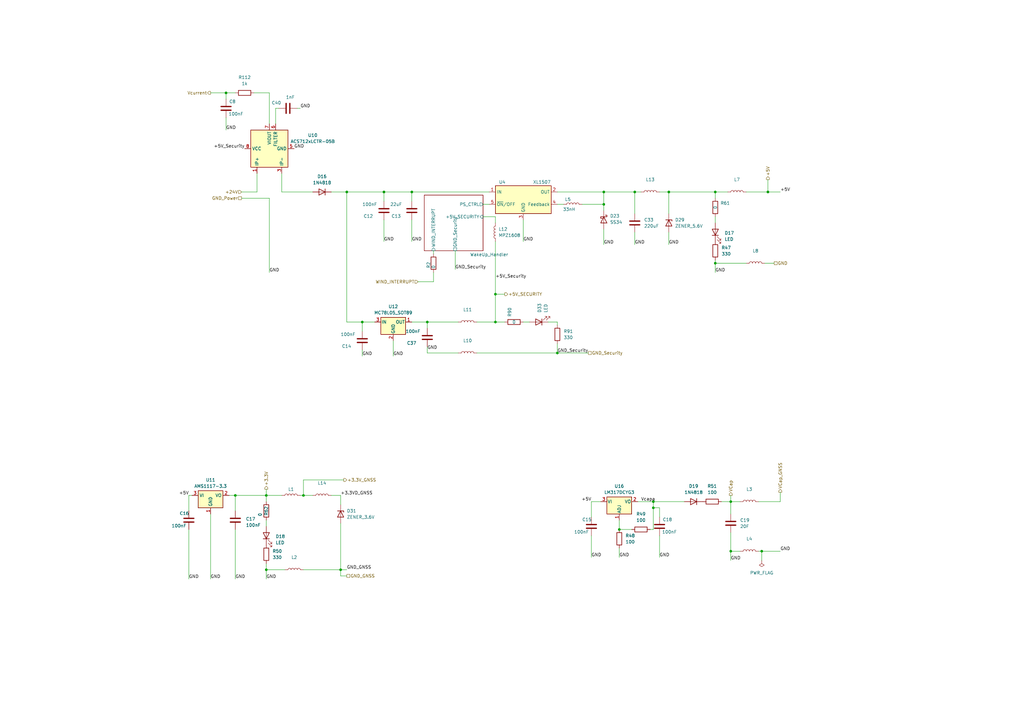
<source format=kicad_sch>
(kicad_sch (version 20231120) (generator "eeschema") (generator_version "8.0")
  (paper "A3")
  (title_block (title "Power supply") (date "2024-04-17") (rev "1.0"))
  (lib_symbols
    (symbol "Device:C" (pin_numbers hide) (pin_names (offset 0.254))
      (property "Reference" "C" (at 0.635 2.54 0))
      (property "Value" "C" (at 0.635 -2.54 0))
      (symbol "C_0_1"
        (polyline (pts (xy -2.032 -0.762) (xy 2.032 -0.762)) (stroke (width 0.508)))
        (polyline (pts (xy -2.032 0.762) (xy 2.032 0.762)) (stroke (width 0.508)))
      )
      (symbol "C_1_1"
        (pin passive line (at 0 3.81 270) (length 2.794) (name "~") (number "1"))
        (pin passive line (at 0 -3.81 90) (length 2.794) (name "~") (number "2"))
      )
    )
    (symbol "Device:D" (pin_numbers hide) (pin_names (offset 1.016) hide)
      (property "Reference" "D" (at 0 2.54 0))
      (property "Value" "D" (at 0 -2.54 0))
      (symbol "D_0_1"
        (polyline (pts (xy -1.27 1.27) (xy -1.27 -1.27)) (stroke (width 0.254)))
        (polyline (pts (xy 1.27 0) (xy -1.27 0)))
        (polyline (pts (xy 1.27 1.27) (xy 1.27 -1.27) (xy -1.27 0) (xy 1.27 1.27)) (stroke (width 0.254)))
      )
      (symbol "D_1_1"
        (pin passive line (at -3.81 0 0) (length 2.54) (name "K") (number "1"))
        (pin passive line (at 3.81 0 180) (length 2.54) (name "A") (number "2"))
      )
    )
    (symbol "Device:D_Zener" (pin_numbers hide) (pin_names (offset 1.016) hide)
      (property "Reference" "D" (at 0 2.54 0))
      (property "Value" "D_Zener" (at 0 -2.54 0))
      (symbol "D_Zener_0_1"
        (polyline (pts (xy 1.27 0) (xy -1.27 0)))
        (polyline (pts (xy -1.27 -1.27) (xy -1.27 1.27) (xy -0.762 1.27)) (stroke (width 0.254)))
        (polyline (pts (xy 1.27 -1.27) (xy 1.27 1.27) (xy -1.27 0) (xy 1.27 -1.27)) (stroke (width 0.254)))
      )
      (symbol "D_Zener_1_1"
        (pin passive line (at -3.81 0 0) (length 2.54) (name "K") (number "1"))
        (pin passive line (at 3.81 0 180) (length 2.54) (name "A") (number "2"))
      )
    )
    (symbol "Device:L" (pin_numbers hide) (pin_names (offset 1.016) hide)
      (property "Reference" "L" (at -1.27 0 90))
      (property "Value" "L" (at 1.905 0 90))
      (symbol "L_0_1"
        (arc (start 0 -2.54) (mid 0.6323 -1.905) (end 0 -1.27))
        (arc (start 0 -1.27) (mid 0.6323 -0.635) (end 0 0))
        (arc (start 0 0) (mid 0.6323 0.635) (end 0 1.27))
        (arc (start 0 1.27) (mid 0.6323 1.905) (end 0 2.54))
      )
      (symbol "L_1_1"
        (pin passive line (at 0 3.81 270) (length 1.27) (name "1") (number "1"))
        (pin passive line (at 0 -3.81 90) (length 1.27) (name "2") (number "2"))
      )
    )
    (symbol "Device:LED" (pin_numbers hide) (pin_names (offset 1.016) hide)
      (property "Reference" "D" (at 0 2.54 0))
      (property "Value" "LED" (at 0 -2.54 0))
      (symbol "LED_0_1"
        (polyline (pts (xy -1.27 -1.27) (xy -1.27 1.27)) (stroke (width 0.254)))
        (polyline (pts (xy -1.27 0) (xy 1.27 0)))
        (polyline (pts (xy 1.27 -1.27) (xy 1.27 1.27) (xy -1.27 0) (xy 1.27 -1.27)) (stroke (width 0.254)))
        (polyline (pts (xy -3.048 -0.762) (xy -4.572 -2.286) (xy -3.81 -2.286) (xy -4.572 -2.286) (xy -4.572 -1.524)))
        (polyline (pts (xy -1.778 -0.762) (xy -3.302 -2.286) (xy -2.54 -2.286) (xy -3.302 -2.286) (xy -3.302 -1.524)))
      )
      (symbol "LED_1_1"
        (pin passive line (at -3.81 0 0) (length 2.54) (name "K") (number "1"))
        (pin passive line (at 3.81 0 180) (length 2.54) (name "A") (number "2"))
      )
    )
    (symbol "Device:R" (pin_numbers hide) (pin_names (offset 0))
      (property "Reference" "R" (at 2.032 0 90))
      (property "Value" "R" (at 0 0 90))
      (symbol "R_0_1"
        (rectangle (start -1.016 -2.54) (end 1.016 2.54) (stroke (width 0.254)))
      )
      (symbol "R_1_1"
        (pin passive line (at 0 3.81 270) (length 1.27) (name "~") (number "1"))
        (pin passive line (at 0 -3.81 90) (length 1.27) (name "~") (number "2"))
      )
    )
    (symbol "Diode:SS34" (pin_numbers hide) (pin_names (offset 1.016) hide)
      (property "Reference" "D" (at 0 2.54 0))
      (property "Value" "SS34" (at 0 -2.54 0))
      (symbol "SS34_0_1"
        (polyline (pts (xy 1.27 0) (xy -1.27 0)))
        (polyline (pts (xy 1.27 1.27) (xy 1.27 -1.27) (xy -1.27 0) (xy 1.27 1.27)) (stroke (width 0.254)))
        (polyline (pts (xy -1.905 0.635) (xy -1.905 1.27) (xy -1.27 1.27) (xy -1.27 -1.27) (xy -0.635 -1.27) (xy -0.635 -0.635)) (stroke (width 0.254)))
      )
      (symbol "SS34_1_1"
        (pin passive line (at -3.81 0 0) (length 2.54) (name "K") (number "1"))
        (pin passive line (at 3.81 0 180) (length 2.54) (name "A") (number "2"))
      )
    )
    (symbol "Power_Management:BTS443P"
      (property "Reference" "U4" (at 0 -7.62 0))
      (property "Value" "XL1507" (at 0 -10.16 0))
      (symbol "BTS443P_0_1"
        (rectangle (start -11.43 8.89) (end 11.43 -2.54) (stroke (width 0.254)) (fill (type background)))
      )
      (symbol "BTS443P_1_1"
        (pin input line (at -13.97 6.35 0) (length 2.54) (name "IN") (number "1"))
        (pin power_out line (at 13.97 6.35 180) (length 2.54) (name "OUT") (number "2"))
        (pin power_in line (at 0 -5.08 90) (length 2.54) (name "GND") (number "3"))
        (pin output line (at 13.97 1.27 180) (length 2.54) (name "Feedback") (number "4"))
        (pin input line (at -13.97 1.27 0) (length 2.54) (name "~{ON}/OFF") (number "5"))
      )
    )
    (symbol "Regulator_Linear:AMS1117-3.3"
      (property "Reference" "U" (at -3.81 3.175 0))
      (property "Value" "AMS1117-3.3" (at 0 3.175 0))
      (symbol "AMS1117-3.3_0_1"
        (rectangle (start -5.08 -5.08) (end 5.08 1.905) (stroke (width 0.254)) (fill (type background)))
      )
      (symbol "AMS1117-3.3_1_1"
        (pin power_in line (at 0 -7.62 90) (length 2.54) (name "GND") (number "1"))
        (pin power_out line (at 7.62 0 180) (length 2.54) (name "VO") (number "2"))
        (pin power_in line (at -7.62 0 0) (length 2.54) (name "VI") (number "3"))
      )
    )
    (symbol "Regulator_Linear:LM317_SOT-223" (pin_names (offset 0.254))
      (property "Reference" "U" (at -3.81 3.175 0))
      (property "Value" "LM317_SOT-223" (at 0 3.175 0))
      (symbol "LM317_SOT-223_0_1"
        (rectangle (start -5.08 1.905) (end 5.08 -5.08) (stroke (width 0.254)) (fill (type background)))
      )
      (symbol "LM317_SOT-223_1_1"
        (pin input line (at 0 -7.62 90) (length 2.54) (name "ADJ") (number "1"))
        (pin power_out line (at 7.62 0 180) (length 2.54) (name "VO") (number "2"))
        (pin power_in line (at -7.62 0 0) (length 2.54) (name "VI") (number "3"))
      )
    )
    (symbol "Regulator_Linear:MC78L05_SOT89" (pin_names (offset 0.254))
      (property "Reference" "U" (at -3.81 3.175 0))
      (property "Value" "MC78L05_SOT89" (at -0.635 3.175 0))
      (symbol "MC78L05_SOT89_0_1"
        (rectangle (start -5.08 1.905) (end 5.08 -5.08) (stroke (width 0.254)) (fill (type background)))
      )
      (symbol "MC78L05_SOT89_1_1"
        (pin power_out line (at 7.62 0 180) (length 2.54) (name "OUT") (number "1"))
        (pin power_in line (at 0 -7.62 90) (length 2.54) (name "GND") (number "2"))
        (pin power_in line (at -7.62 0 0) (length 2.54) (name "IN") (number "3"))
      )
    )
    (symbol "Sensor_Current:ACS712xLCTR-05B"
      (property "Reference" "U" (at 2.54 11.43 0))
      (property "Value" "ACS712xLCTR-05B" (at 2.54 8.89 0))
      (symbol "ACS712xLCTR-05B_0_1"
        (rectangle (start -7.62 7.62) (end 7.62 -7.62) (stroke (width 0.254)) (fill (type background)))
      )
      (symbol "ACS712xLCTR-05B_1_1"
        (pin passive line (at -10.16 5.08 0) (length 2.54) (name "IP+") (number "1"))
        (pin passive line (at -10.16 5.08 0) (length 2.54) hide (name "IP+") (number "2"))
        (pin passive line (at -10.16 -5.08 0) (length 2.54) (name "IP-") (number "3"))
        (pin passive line (at -10.16 -5.08 0) (length 2.54) hide (name "IP-") (number "4"))
        (pin power_in line (at 0 -10.16 90) (length 2.54) (name "GND") (number "5"))
        (pin passive line (at 10.16 -2.54 180) (length 2.54) (name "FILTER") (number "6"))
        (pin output line (at 10.16 0 180) (length 2.54) (name "VIOUT") (number "7"))
        (pin power_in line (at 0 10.16 270) (length 2.54) (name "VCC") (number "8"))
      )
    )
    (symbol "power:PWR_FLAG" (power) (pin_numbers hide) (pin_names (offset 0) hide)
      (property "Value" "PWR_FLAG" (at 0 3.81 0))
      (symbol "PWR_FLAG_0_0"
        (pin power_out line (at 0 0 90) (length 0) (name "~") (number "1"))
      )
      (symbol "PWR_FLAG_0_1"
        (polyline (pts (xy 0 0) (xy 0 1.27) (xy -1.016 1.905) (xy 0 2.54) (xy 1.016 1.905) (xy 0 1.27)))
      )
    )
  )
  (junction (at 109.22 233.68))
  (junction (at 314.96 78.74))
  (junction (at 293.37 78.74))
  (junction (at 96.52 203.2))
  (junction (at 139.7 233.68))
  (junction (at 148.59 132.08))
  (junction (at 157.48 78.74))
  (junction (at 203.2 132.08))
  (junction (at 260.35 78.74))
  (junction (at 168.91 78.74))
  (junction (at 142.24 78.74))
  (junction (at 228.6 144.78))
  (junction (at 175.26 132.08))
  (junction (at 254 217.17))
  (junction (at 293.37 107.95))
  (junction (at 124.46 203.2))
  (junction (at 312.42 226.06))
  (junction (at 299.72 226.06))
  (junction (at 247.65 78.74))
  (junction (at 203.2 120.65))
  (junction (at 92.71 38.1))
  (junction (at 274.32 78.74))
  (junction (at 109.22 203.2))
  (junction (at 299.72 205.74))
  (junction (at 247.65 83.82))
  (junction (at 267.97 205.74))
  (junction (at 267.97 208.28))
  (wire (pts (xy 293.37 78.74) (xy 298.45 78.74)))
  (wire (pts (xy 247.65 93.98) (xy 247.65 100.33)))
  (wire (pts (xy 142.24 132.08) (xy 148.59 132.08)))
  (wire (pts (xy 109.22 233.68) (xy 116.84 233.68)))
  (wire (pts (xy 270.51 219.71) (xy 270.51 228.6)))
  (wire (pts (xy 260.35 95.25) (xy 260.35 100.33)))
  (wire (pts (xy 203.2 99.06) (xy 203.2 120.65)))
  (wire (pts (xy 148.59 135.89) (xy 148.59 132.08)))
  (wire (pts (xy 299.72 203.2) (xy 299.72 205.74)))
  (wire (pts (xy 311.15 226.06) (xy 312.42 226.06)))
  (wire (pts (xy 299.72 218.44) (xy 299.72 226.06)))
  (wire (pts (xy 168.91 90.17) (xy 168.91 99.06)))
  (wire (pts (xy 295.91 205.74) (xy 299.72 205.74)))
  (wire (pts (xy 93.98 203.2) (xy 96.52 203.2)))
  (wire (pts (xy 254 213.36) (xy 254 217.17)))
  (wire (pts (xy 293.37 88.9) (xy 293.37 91.44)))
  (wire (pts (xy 168.91 78.74) (xy 168.91 82.55)))
  (wire (pts (xy 270.51 212.09) (xy 270.51 208.28)))
  (wire (pts (xy 157.48 78.74) (xy 168.91 78.74)))
  (wire (pts (xy 96.52 203.2) (xy 109.22 203.2)))
  (wire (pts (xy 177.8 115.57) (xy 177.8 111.76)))
  (wire (pts (xy 142.24 236.22) (xy 139.7 236.22)))
  (wire (pts (xy 148.59 143.51) (xy 148.59 146.05)))
  (wire (pts (xy 124.46 233.68) (xy 139.7 233.68)))
  (wire (pts (xy 109.22 231.14) (xy 109.22 233.68)))
  (wire (pts (xy 299.72 205.74) (xy 299.72 210.82)))
  (wire (pts (xy 228.6 78.74) (xy 247.65 78.74)))
  (wire (pts (xy 139.7 233.68) (xy 142.24 233.68)))
  (wire (pts (xy 313.69 107.95) (xy 317.5 107.95)))
  (wire (pts (xy 168.91 78.74) (xy 200.66 78.74)))
  (wire (pts (xy 261.62 205.74) (xy 267.97 205.74)))
  (wire (pts (xy 92.71 48.26) (xy 92.71 53.34)))
  (wire (pts (xy 293.37 107.95) (xy 293.37 111.76)))
  (wire (pts (xy 267.97 205.74) (xy 267.97 208.28)))
  (wire (pts (xy 139.7 207.01) (xy 139.7 203.2)))
  (wire (pts (xy 314.96 78.74) (xy 320.04 78.74)))
  (wire (pts (xy 267.97 205.74) (xy 280.67 205.74)))
  (wire (pts (xy 320.04 205.74) (xy 311.15 205.74)))
  (wire (pts (xy 207.01 120.65) (xy 203.2 120.65)))
  (wire (pts (xy 293.37 107.95) (xy 306.07 107.95)))
  (wire (pts (xy 242.57 212.09) (xy 242.57 205.74)))
  (wire (pts (xy 195.58 144.78) (xy 228.6 144.78)))
  (wire (pts (xy 109.22 203.2) (xy 109.22 205.74)))
  (wire (pts (xy 77.47 217.17) (xy 77.47 237.49)))
  (wire (pts (xy 110.49 81.28) (xy 99.06 81.28)))
  (wire (pts (xy 270.51 78.74) (xy 274.32 78.74)))
  (wire (pts (xy 247.65 78.74) (xy 247.65 83.82)))
  (wire (pts (xy 121.92 44.45) (xy 123.19 44.45)))
  (wire (pts (xy 214.63 132.08) (xy 217.17 132.08)))
  (wire (pts (xy 186.69 102.87) (xy 186.69 110.49)))
  (wire (pts (xy 135.89 78.74) (xy 142.24 78.74)))
  (wire (pts (xy 168.91 132.08) (xy 175.26 132.08)))
  (wire (pts (xy 109.22 233.68) (xy 109.22 237.49)))
  (wire (pts (xy 110.49 38.1) (xy 110.49 50.8)))
  (wire (pts (xy 109.22 213.36) (xy 109.22 215.9)))
  (wire (pts (xy 115.57 78.74) (xy 128.27 78.74)))
  (wire (pts (xy 207.01 132.08) (xy 203.2 132.08)))
  (wire (pts (xy 320.04 201.93) (xy 320.04 205.74)))
  (wire (pts (xy 175.26 132.08) (xy 175.26 134.62)))
  (wire (pts (xy 299.72 226.06) (xy 303.53 226.06)))
  (wire (pts (xy 203.2 88.9) (xy 203.2 91.44)))
  (wire (pts (xy 142.24 78.74) (xy 157.48 78.74)))
  (wire (pts (xy 92.71 38.1) (xy 92.71 40.64)))
  (wire (pts (xy 203.2 120.65) (xy 203.2 132.08)))
  (wire (pts (xy 306.07 78.74) (xy 314.96 78.74)))
  (wire (pts (xy 177.8 104.14) (xy 177.8 102.87)))
  (wire (pts (xy 171.45 115.57) (xy 177.8 115.57)))
  (wire (pts (xy 246.38 205.74) (xy 242.57 205.74)))
  (wire (pts (xy 86.36 210.82) (xy 86.36 237.49)))
  (wire (pts (xy 242.57 219.71) (xy 242.57 228.6)))
  (wire (pts (xy 214.63 90.17) (xy 214.63 99.06)))
  (wire (pts (xy 274.32 78.74) (xy 293.37 78.74)))
  (wire (pts (xy 299.72 205.74) (xy 303.53 205.74)))
  (wire (pts (xy 92.71 38.1) (xy 86.36 38.1)))
  (wire (pts (xy 247.65 83.82) (xy 247.65 86.36)))
  (wire (pts (xy 109.22 200.66) (xy 109.22 203.2)))
  (wire (pts (xy 96.52 203.2) (xy 96.52 209.55)))
  (wire (pts (xy 228.6 132.08) (xy 228.6 133.35)))
  (wire (pts (xy 96.52 38.1) (xy 92.71 38.1)))
  (wire (pts (xy 124.46 203.2) (xy 128.27 203.2)))
  (wire (pts (xy 123.19 203.2) (xy 124.46 203.2)))
  (wire (pts (xy 110.49 81.28) (xy 110.49 111.76)))
  (wire (pts (xy 113.03 44.45) (xy 114.3 44.45)))
  (wire (pts (xy 259.08 217.17) (xy 254 217.17)))
  (wire (pts (xy 224.79 132.08) (xy 228.6 132.08)))
  (wire (pts (xy 105.41 78.74) (xy 105.41 71.12)))
  (wire (pts (xy 198.12 88.9) (xy 203.2 88.9)))
  (wire (pts (xy 109.22 203.2) (xy 115.57 203.2)))
  (wire (pts (xy 157.48 90.17) (xy 157.48 99.06)))
  (wire (pts (xy 198.12 83.82) (xy 200.66 83.82)))
  (wire (pts (xy 228.6 83.82) (xy 231.14 83.82)))
  (wire (pts (xy 175.26 132.08) (xy 187.96 132.08)))
  (wire (pts (xy 254 224.79) (xy 254 228.6)))
  (wire (pts (xy 175.26 142.24) (xy 175.26 144.78)))
  (wire (pts (xy 140.97 196.85) (xy 124.46 196.85)))
  (wire (pts (xy 267.97 208.28) (xy 270.51 208.28)))
  (wire (pts (xy 195.58 132.08) (xy 203.2 132.08)))
  (wire (pts (xy 260.35 78.74) (xy 260.35 87.63)))
  (wire (pts (xy 142.24 78.74) (xy 142.24 132.08)))
  (wire (pts (xy 228.6 144.78) (xy 241.3 144.78)))
  (wire (pts (xy 96.52 217.17) (xy 96.52 237.49)))
  (wire (pts (xy 135.89 203.2) (xy 139.7 203.2)))
  (wire (pts (xy 274.32 78.74) (xy 274.32 87.63)))
  (wire (pts (xy 148.59 132.08) (xy 153.67 132.08)))
  (wire (pts (xy 113.03 50.8) (xy 113.03 44.45)))
  (wire (pts (xy 157.48 82.55) (xy 157.48 78.74)))
  (wire (pts (xy 77.47 203.2) (xy 78.74 203.2)))
  (wire (pts (xy 266.7 217.17) (xy 267.97 217.17)))
  (wire (pts (xy 139.7 236.22) (xy 139.7 233.68)))
  (wire (pts (xy 299.72 226.06) (xy 299.72 229.87)))
  (wire (pts (xy 161.29 139.7) (xy 161.29 146.05)))
  (wire (pts (xy 124.46 196.85) (xy 124.46 203.2)))
  (wire (pts (xy 228.6 140.97) (xy 228.6 144.78)))
  (wire (pts (xy 115.57 71.12) (xy 115.57 78.74)))
  (wire (pts (xy 175.26 144.78) (xy 187.96 144.78)))
  (wire (pts (xy 77.47 209.55) (xy 77.47 203.2)))
  (wire (pts (xy 314.96 73.66) (xy 314.96 78.74)))
  (wire (pts (xy 312.42 226.06) (xy 320.04 226.06)))
  (wire (pts (xy 293.37 78.74) (xy 293.37 81.28)))
  (wire (pts (xy 99.06 78.74) (xy 105.41 78.74)))
  (wire (pts (xy 139.7 214.63) (xy 139.7 233.68)))
  (wire (pts (xy 238.76 83.82) (xy 247.65 83.82)))
  (wire (pts (xy 262.89 78.74) (xy 260.35 78.74)))
  (wire (pts (xy 267.97 208.28) (xy 267.97 217.17)))
  (wire (pts (xy 110.49 38.1) (xy 104.14 38.1)))
  (wire (pts (xy 274.32 95.25) (xy 274.32 100.33)))
  (wire (pts (xy 312.42 229.87) (xy 312.42 226.06)))
  (wire (pts (xy 293.37 106.68) (xy 293.37 107.95)))
  (wire (pts (xy 247.65 78.74) (xy 260.35 78.74)))
  (label "GND" (at 109.22 237.49 0))
  (label "+5V" (at 320.04 78.74 0))
  (label "+3.3VD_GNSS" (at 139.7 203.2 0))
  (label "Vcapa" (at 262.89 205.74 0))
  (label "+5V" (at 77.47 203.2 180))
  (label "+5V" (at 242.57 205.74 180))
  (label "GND" (at 270.51 228.6 0))
  (label "GND" (at 214.63 99.06 0))
  (label "GND" (at 110.49 111.76 0))
  (label "GND" (at 175.26 143.51 0))
  (label "GND" (at 120.65 60.96 0))
  (label "GND" (at 320.04 226.06 0))
  (label "GND" (at 242.57 228.6 0))
  (label "+5V_Security" (at 100.33 60.96 180))
  (label "GND" (at 157.48 99.06 0))
  (label "GND" (at 123.19 44.45 0))
  (label "GND" (at 293.37 111.76 0))
  (label "GND_Security" (at 186.69 110.49 0))
  (label "GND" (at 77.47 237.49 0))
  (label "+5V_Security" (at 203.2 114.3 0))
  (label "GND" (at 260.35 100.33 0))
  (label "GND" (at 86.36 237.49 0))
  (label "GND" (at 148.59 146.05 0))
  (label "GND" (at 161.29 146.05 0))
  (label "GND" (at 96.52 237.49 0))
  (label "GND" (at 168.91 99.06 0))
  (label "GND" (at 299.72 229.87 0))
  (label "GND" (at 92.71 53.34 0))
  (label "GND" (at 247.65 100.33 0))
  (label "GND" (at 254 228.6 0))
  (label "GND_GNSS" (at 142.24 233.68 0))
  (label "GND" (at 274.32 100.33 0))
  (label "GND_Security" (at 228.6 144.78 0))
  (hierarchical_label "+5V" (shape output) (at 314.96 73.66 90))
  (hierarchical_label "GND_Security" (shape passive) (at 241.3 144.78 0))
  (hierarchical_label "+5V_SECURITY" (shape output) (at 207.01 120.65 0))
  (hierarchical_label "GND_GNSS" (shape passive) (at 142.24 236.22 0))
  (hierarchical_label "WIND_INTERRUPT" (shape input) (at 171.45 115.57 180))
  (hierarchical_label "+3.3V" (shape output) (at 109.22 200.66 90))
  (hierarchical_label "GND_Power" (shape passive) (at 99.06 81.28 180))
  (hierarchical_label "+24V" (shape input) (at 99.06 78.74 180))
  (hierarchical_label "VCap" (shape output) (at 299.72 203.2 90))
  (hierarchical_label "VCap_GNSS" (shape output) (at 320.04 201.93 90))
  (hierarchical_label "+3.3V_GNSS" (shape output) (at 140.97 196.85 0))
  (hierarchical_label "GND" (shape passive) (at 317.5 107.95 0))
  (hierarchical_label "Vcurrent" (shape output) (at 86.36 38.1 180))
  (symbol (lib_id "Device:D") (at 132.08 78.74 180) (unit 1)
    (property "Reference" "D16" (at 132.08 72.39 0))
    (property "Value" "1N4818" (at 132.08 74.93 0))
    (property "Footprint" "Diode_SMD:D_SOD-323" (effects (hide yes)))
    (property "Sim.Device" "D" (effects (hide yes)))
    (property "Sim.Pins" "1=K 2=A" (effects (hide yes)))
  )
  (symbol (lib_id "Regulator_Linear:AMS1117-3.3") (at 86.36 203.2 0) (unit 1)
    (property "Reference" "U11" (at 86.36 196.85 0))
    (property "Value" "AMS1117-3.3" (at 86.36 199.39 0))
    (property "Footprint" "Package_TO_SOT_SMD:SOT-223-3_TabPin2" (effects (hide yes)))
    (property "Datasheet" "http://www.advanced-monolithic.com/pdf/ds1117.pdf" (effects (hide yes)))
    (property "Description" "1A Low Dropout regulator, positive, 3.3V fixed output, SOT-223" (effects (hide yes)))
  )
  (symbol (lib_id "Device:C") (at 270.51 215.9 0) (unit 1)
    (property "Reference" "C18" (at 271.78 213.106 0) (effects (justify left)))
    (property "Value" "100nF" (at 271.526 218.186 0) (effects (justify left)))
    (property "Footprint" "Capacitor_SMD:C_0603_1608Metric" (effects (hide yes)))
  )
  (symbol (lib_id "Device:R") (at 109.22 227.33 0) (unit 1)
    (property "Reference" "R50" (at 111.76 226.0599 0) (effects (justify left)))
    (property "Value" "330" (at 111.76 228.5999 0) (effects (justify left)))
    (property "Footprint" "Resistor_SMD:R_0603_1608Metric" (effects (hide yes)))
  )
  (symbol (lib_id "Device:R") (at 262.89 217.17 90) (unit 1)
    (property "Reference" "R49" (at 262.89 210.82 90))
    (property "Value" "100" (at 262.89 213.36 90))
    (property "Footprint" "Resistor_SMD:R_0603_1608Metric" (effects (hide yes)))
  )
  (symbol (lib_id "Device:L") (at 132.08 203.2 90) (unit 1)
    (property "Reference" "L14" (at 132.08 198.12 90))
    (property "Value" "MPZ1608S101ATAH0" (effects (hide yes)))
    (property "Footprint" "Inductor_SMD:L_0603_1608Metric" (effects (hide yes)))
    (property "Description" "Inductor" (effects (hide yes)))
  )
  (symbol (lib_id "Device:C") (at 175.26 138.43 0) (unit 1)
    (property "Reference" "C37" (at 166.878 140.716 0) (effects (justify left)))
    (property "Value" "100nF" (at 166.37 135.89 0) (effects (justify left)))
    (property "Footprint" "Capacitor_SMD:C_0603_1608Metric" (effects (hide yes)))
  )
  (symbol (lib_id "Device:L") (at 191.77 132.08 90) (unit 1)
    (property "Reference" "L11" (at 191.77 127 90))
    (property "Value" "MPZ1608S101ATAH0" (effects (hide yes)))
    (property "Footprint" "Inductor_SMD:L_0603_1608Metric" (effects (hide yes)))
    (property "Description" "Inductor" (effects (hide yes)))
  )
  (symbol (lib_id "Device:D_Zener") (at 274.32 91.44 270) (unit 1)
    (property "Reference" "D29" (at 276.86 90.1699 90) (effects (justify left)))
    (property "Value" "ZENER_5.6V" (at 276.86 92.7099 90) (effects (justify left)))
    (property "Footprint" "Diode_SMD:D_MiniMELF" (effects (hide yes)))
    (property "Description" "Zener diode" (effects (hide yes)))
  )
  (symbol (lib_id "Device:L") (at 120.65 233.68 90) (unit 1)
    (property "Reference" "L2" (at 120.65 228.6 90))
    (property "Value" "MPZ1608S101ATAH0" (effects (hide yes)))
    (property "Footprint" "Inductor_SMD:L_0603_1608Metric" (effects (hide yes)))
    (property "Description" "Inductor" (effects (hide yes)))
  )
  (symbol (lib_id "Device:L") (at 203.2 95.25 180) (unit 1)
    (property "Reference" "L12" (at 204.47 93.9799 0) (effects (justify right)))
    (property "Value" "MPZ1608" (at 204.47 96.5199 0) (effects (justify right)))
    (property "Footprint" "Inductor_SMD:L_0603_1608Metric" (effects (hide yes)))
    (property "Description" "Inductor" (effects (hide yes)))
  )
  (symbol (lib_id "Device:D_Zener") (at 139.7 210.82 270) (unit 1)
    (property "Reference" "D31" (at 142.24 209.5499 90) (effects (justify left)))
    (property "Value" "ZENER_3.6V" (at 142.24 212.0899 90) (effects (justify left)))
    (property "Footprint" "Diode_SMD:D_MiniMELF" (effects (hide yes)))
    (property "Description" "Zener diode" (effects (hide yes)))
  )
  (symbol (lib_id "Device:C") (at 92.71 44.45 0) (unit 1)
    (property "Reference" "C8" (at 93.98 41.656 0) (effects (justify left)))
    (property "Value" "100nF" (at 93.726 46.736 0) (effects (justify left)))
    (property "Footprint" "Capacitor_SMD:C_0603_1608Metric" (effects (hide yes)))
  )
  (symbol (lib_id "Device:C") (at 299.72 214.63 0) (unit 1)
    (property "Reference" "C19" (at 303.53 213.36 0) (effects (justify left)))
    (property "Value" "20F" (at 303.53 215.9 0) (effects (justify left)))
    (property "Footprint" "Capacitor_THT:C_Radial_D10.0mm_H20.0mm_P5.00mm" (effects (hide yes)))
  )
  (symbol (lib_id "Power_Management:BTS443P") (at 214.63 85.09 0) (unit 1)
    (property "Reference" "U4" (at 205.994 74.676 0))
    (property "Value" "XL1507" (at 222.25 74.676 0))
    (property "Footprint" "Package_TO_SOT_SMD:TO-252-5_TabPin3" (effects (hide yes)))
    (property "Description" "Buck" (effects (hide yes)))
  )
  (symbol (lib_id "Device:R") (at 177.8 107.95 180) (unit 1)
    (property "Reference" "R2" (at 175.768 108.712 90))
    (property "Value" "0" (at 177.8 109.474 90))
    (property "Footprint" "Resistor_SMD:R_0603_1608Metric" (effects (hide yes)))
  )
  (symbol (lib_id "Device:C") (at 148.59 139.7 0) (unit 1)
    (property "Reference" "C14" (at 140.208 141.986 0) (effects (justify left)))
    (property "Value" "100nF" (at 139.7 137.16 0) (effects (justify left)))
    (property "Footprint" "Capacitor_SMD:C_0603_1608Metric" (effects (hide yes)))
  )
  (symbol (lib_id "Device:L") (at 119.38 203.2 90) (unit 1)
    (property "Reference" "L1" (at 119.38 200.66 90))
    (property "Value" "MPZ1608S101ATAH0" (effects (hide yes)))
    (property "Footprint" "Inductor_SMD:L_0603_1608Metric" (effects (hide yes)))
    (property "Description" "Inductor" (effects (hide yes)))
  )
  (symbol (lib_id "Device:R") (at 210.82 132.08 270) (unit 1)
    (property "Reference" "R90" (at 209.042 128.016 0))
    (property "Value" "0" (at 210.82 132.08 90))
    (property "Footprint" "Resistor_SMD:R_0603_1608Metric" (effects (hide yes)))
  )
  (symbol (lib_id "Device:C") (at 77.47 213.36 0) (unit 1)
    (property "Reference" "C16" (at 73.66 210.566 0) (effects (justify left)))
    (property "Value" "100nF" (at 70.358 215.646 0) (effects (justify left)))
    (property "Footprint" "Capacitor_SMD:C_0603_1608Metric" (effects (hide yes)))
  )
  (symbol (lib_id "Device:LED") (at 293.37 95.25 90) (unit 1)
    (property "Reference" "D17" (at 297.18 95.5675 90) (effects (justify right)))
    (property "Value" "LED" (at 297.18 98.1075 90) (effects (justify right)))
    (property "Footprint" "LED_SMD:LED_0603_1608Metric" (effects (hide yes)))
  )
  (symbol (lib_id "Device:C") (at 168.91 86.36 0) (unit 1)
    (property "Reference" "C13" (at 160.528 88.646 0) (effects (justify left)))
    (property "Value" "22uF" (at 160.02 83.82 0) (effects (justify left)))
    (property "Footprint" "Capacitor_SMD:C_0603_1608Metric" (effects (hide yes)))
  )
  (symbol (lib_id "Device:L") (at 234.95 83.82 90) (unit 1)
    (property "Reference" "L5" (at 232.918 81.788 90))
    (property "Value" "33nH" (at 233.426 85.852 90))
    (property "Footprint" "Inductor_SMD:L_Wuerth_HCI-5040" (effects (hide yes)))
    (property "Description" "Inductor" (effects (hide yes)))
  )
  (symbol (lib_id "Regulator_Linear:LM317_SOT-223") (at 254 205.74 0) (unit 1)
    (property "Reference" "U16" (at 254 199.39 0))
    (property "Value" "LM317DCYG3" (at 254 201.93 0))
    (property "Footprint" "Package_TO_SOT_SMD:SOT-223-3_TabPin2" (effects (hide yes)))
    (property "Datasheet" "http://www.ti.com/lit/ds/symlink/lm317.pdf" (effects (hide yes)))
    (property "Description" "1.5A 35V Adjustable Linear Regulator, SOT-223" (effects (hide yes)))
  )
  (symbol (lib_id "Device:L") (at 302.26 78.74 90) (unit 1)
    (property "Reference" "L7" (at 302.26 73.66 90))
    (property "Value" "MPZ1608S101ATAH0" (effects (hide yes)))
    (property "Footprint" "Inductor_SMD:L_0603_1608Metric" (effects (hide yes)))
    (property "Description" "Inductor" (effects (hide yes)))
  )
  (symbol (lib_id "Device:R") (at 109.22 209.55 180) (unit 1)
    (property "Reference" "R62" (at 109.22 209.55 90))
    (property "Value" "0" (at 106.68 211.074 90))
    (property "Footprint" "Resistor_SMD:R_0603_1608Metric" (effects (hide yes)))
  )
  (symbol (lib_id "Device:C") (at 260.35 91.44 0) (unit 1)
    (property "Reference" "C33" (at 264.16 90.17 0) (effects (justify left)))
    (property "Value" "220uF" (at 264.16 92.71 0) (effects (justify left)))
    (property "Footprint" "Capacitor_SMD:CP_Elec_6.3x7.7" (effects (hide yes)))
  )
  (symbol (lib_id "Device:C") (at 242.57 215.9 0) (unit 1)
    (property "Reference" "C15" (at 238.76 213.106 0) (effects (justify left)))
    (property "Value" "100nF" (at 235.458 218.186 0) (effects (justify left)))
    (property "Footprint" "Capacitor_SMD:C_0603_1608Metric" (effects (hide yes)))
  )
  (symbol (lib_id "Device:L") (at 307.34 226.06 90) (unit 1)
    (property "Reference" "L4" (at 307.34 220.98 90))
    (property "Value" "MPZ1608S101ATAH0" (effects (hide yes)))
    (property "Footprint" "Inductor_SMD:L_0603_1608Metric" (effects (hide yes)))
    (property "Description" "Inductor" (effects (hide yes)))
  )
  (symbol (lib_id "Device:L") (at 307.34 205.74 90) (unit 1)
    (property "Reference" "L3" (at 307.34 200.66 90))
    (property "Value" "MPZ1608S101ATAH0" (effects (hide yes)))
    (property "Footprint" "Inductor_SMD:L_0603_1608Metric" (effects (hide yes)))
    (property "Description" "Inductor" (effects (hide yes)))
  )
  (symbol (lib_id "Device:C") (at 96.52 213.36 0) (unit 1)
    (property "Reference" "C17" (at 100.838 212.852 0) (effects (justify left)))
    (property "Value" "100nF" (at 100.838 215.392 0) (effects (justify left)))
    (property "Footprint" "Capacitor_SMD:C_0603_1608Metric" (effects (hide yes)))
  )
  (symbol (lib_id "Device:R") (at 292.1 205.74 90) (unit 1)
    (property "Reference" "R51" (at 292.1 199.39 90))
    (property "Value" "100" (at 292.1 201.93 90))
    (property "Footprint" "Resistor_SMD:R_0603_1608Metric" (effects (hide yes)))
  )
  (symbol (lib_id "Regulator_Linear:MC78L05_SOT89") (at 161.29 132.08 0) (unit 1)
    (property "Reference" "U12" (at 161.29 125.73 0))
    (property "Value" "MC78L05_SOT89" (at 161.29 128.27 0))
    (property "Footprint" "Package_TO_SOT_SMD:SOT-89-3" (effects (hide yes)))
    (property "Datasheet" "https://www.onsemi.com/pub/Collateral/MC78L00A-D.PDF" (effects (hide yes)))
    (property "Description" "Positive 100mA 30V Linear Regulator, Fixed Output 5V, SOT-89" (effects (hide yes)))
  )
  (symbol (lib_id "Device:R") (at 100.33 38.1 90) (unit 1)
    (property "Reference" "R112" (at 100.33 31.75 90))
    (property "Value" "1k" (at 100.33 34.29 90))
    (property "Footprint" "Resistor_SMD:R_0603_1608Metric" (effects (hide yes)))
  )
  (symbol (lib_id "Diode:SS34") (at 247.65 90.17 270) (unit 1)
    (property "Reference" "D23" (at 250.19 88.5824 90) (effects (justify left)))
    (property "Value" "SS34" (at 250.19 91.1224 90) (effects (justify left)))
    (property "Footprint" "Diode_SMD:D_SMA" (effects (hide yes)))
    (property "Datasheet" "https://www.vishay.com/docs/88751/ss32.pdf" (effects (hide yes)))
    (property "Description" "40V 3A Schottky Diode, SMA" (effects (hide yes)))
  )
  (symbol (lib_id "Device:C") (at 118.11 44.45 90) (unit 1)
    (property "Reference" "C40" (at 115.316 42.164 90) (effects (justify left)))
    (property "Value" "1nF" (at 120.904 39.878 90) (effects (justify left)))
    (property "Footprint" "Capacitor_SMD:C_0603_1608Metric" (effects (hide yes)))
  )
  (symbol (lib_id "Device:R") (at 254 220.98 180) (unit 1)
    (property "Reference" "R48" (at 256.54 219.7099 0) (effects (justify right)))
    (property "Value" "100" (at 256.54 222.2499 0) (effects (justify right)))
    (property "Footprint" "Resistor_SMD:R_0603_1608Metric" (effects (hide yes)))
  )
  (symbol (lib_id "Device:L") (at 309.88 107.95 90) (unit 1)
    (property "Reference" "L8" (at 309.88 102.87 90))
    (property "Value" "MPZ1608S101ATAH0" (effects (hide yes)))
    (property "Footprint" "Inductor_SMD:L_0603_1608Metric" (effects (hide yes)))
    (property "Description" "Inductor" (effects (hide yes)))
  )
  (symbol (lib_id "Device:D") (at 284.48 205.74 180) (unit 1)
    (property "Reference" "D19" (at 284.48 199.39 0))
    (property "Value" "1N4818" (at 284.48 201.93 0))
    (property "Footprint" "Diode_SMD:D_SOD-323" (effects (hide yes)))
    (property "Sim.Device" "D" (effects (hide yes)))
    (property "Sim.Pins" "1=K 2=A" (effects (hide yes)))
  )
  (symbol (lib_id "Device:LED") (at 109.22 219.71 90) (unit 1)
    (property "Reference" "D18" (at 113.03 220.0275 90) (effects (justify right)))
    (property "Value" "LED" (at 113.03 222.5675 90) (effects (justify right)))
    (property "Footprint" "LED_SMD:LED_0603_1608Metric" (effects (hide yes)))
  )
  (symbol (lib_id "Sensor_Current:ACS712xLCTR-05B") (at 110.49 60.96 90) (unit 1)
    (property "Reference" "U10" (at 128.27 55.4638 90))
    (property "Value" "ACS712xLCTR-05B" (at 128.27 58.0038 90))
    (property "Footprint" "Package_SO:SOIC-8_3.9x4.9mm_P1.27mm" (effects (hide yes)))
    (property "Datasheet" "http://www.allegromicro.com/~/media/Files/Datasheets/ACS712-Datasheet.ashx?la=en" (effects (hide yes)))
    (property "Description" "±5A Bidirectional Hall-Effect Current Sensor, +5.0V supply, 185mV/A, SOIC-8" (effects (hide yes)))
  )
  (symbol (lib_id "power:PWR_FLAG") (at 312.42 229.87 180) (unit 1)
    (property "Reference" "#FLG05" (effects (hide yes)))
    (property "Value" "PWR_FLAG" (at 312.42 234.95 0))
    (property "Description" "Special symbol for telling ERC where power comes from" (effects (hide yes)))
  )
  (symbol (lib_id "Device:R") (at 293.37 102.87 0) (unit 1)
    (property "Reference" "R47" (at 295.91 101.5999 0) (effects (justify left)))
    (property "Value" "330" (at 295.91 104.1399 0) (effects (justify left)))
    (property "Footprint" "Resistor_SMD:R_0603_1608Metric" (effects (hide yes)))
  )
  (symbol (lib_id "Device:LED") (at 220.98 132.08 180) (unit 1)
    (property "Reference" "D33" (at 221.2975 128.27 90) (effects (justify right)))
    (property "Value" "LED" (at 223.8375 128.27 90) (effects (justify right)))
    (property "Footprint" "LED_SMD:LED_0603_1608Metric" (effects (hide yes)))
  )
  (symbol (lib_id "Device:L") (at 191.77 144.78 90) (unit 1)
    (property "Reference" "L10" (at 191.77 139.7 90))
    (property "Value" "MPZ1608S101ATAH0" (effects (hide yes)))
    (property "Footprint" "Inductor_SMD:L_0603_1608Metric" (effects (hide yes)))
    (property "Description" "Inductor" (effects (hide yes)))
  )
  (symbol (lib_id "Device:L") (at 266.7 78.74 90) (unit 1)
    (property "Reference" "L13" (at 266.7 73.66 90))
    (property "Value" "MPZ1608S101ATAH0" (effects (hide yes)))
    (property "Footprint" "Inductor_SMD:L_0603_1608Metric" (effects (hide yes)))
    (property "Description" "Inductor" (effects (hide yes)))
  )
  (symbol (lib_id "Device:R") (at 228.6 137.16 0) (unit 1)
    (property "Reference" "R91" (at 231.14 135.8899 0) (effects (justify left)))
    (property "Value" "330" (at 231.14 138.4299 0) (effects (justify left)))
    (property "Footprint" "Resistor_SMD:R_0603_1608Metric" (effects (hide yes)))
  )
  (symbol (lib_id "Device:C") (at 157.48 86.36 0) (unit 1)
    (property "Reference" "C12" (at 149.098 88.646 0) (effects (justify left)))
    (property "Value" "100nF" (at 148.59 83.82 0) (effects (justify left)))
    (property "Footprint" "Capacitor_SMD:C_0603_1608Metric" (effects (hide yes)))
  )
  (symbol (lib_id "Device:R") (at 293.37 85.09 180) (unit 1)
    (property "Reference" "R61" (at 297.434 83.312 0))
    (property "Value" "0" (at 293.37 85.09 90))
    (property "Footprint" "Resistor_SMD:R_0603_1608Metric" (effects (hide yes)))
  )
  (sheet (at 173.99 80.01) (size 24.13 22.86) (stroke (width 0.1524))
    (property "Sheetname" "WakeUp_Handler" (at 192.786 105.156 0) (effects (justify left bottom)))
    (property "Sheetfile" "WakeUp_Handler.kicad_sch" (effects (hide yes)))
    (pin "WIND_INTERRUPT" input (at 177.8 102.87 270))
    (pin "+5V_SECURITY" input (at 198.12 88.9 0))
    (pin "PS_CTRL" output (at 198.12 83.82 0))
    (pin "GND_Security" passive (at 186.69 102.87 270))
  )
)
</source>
